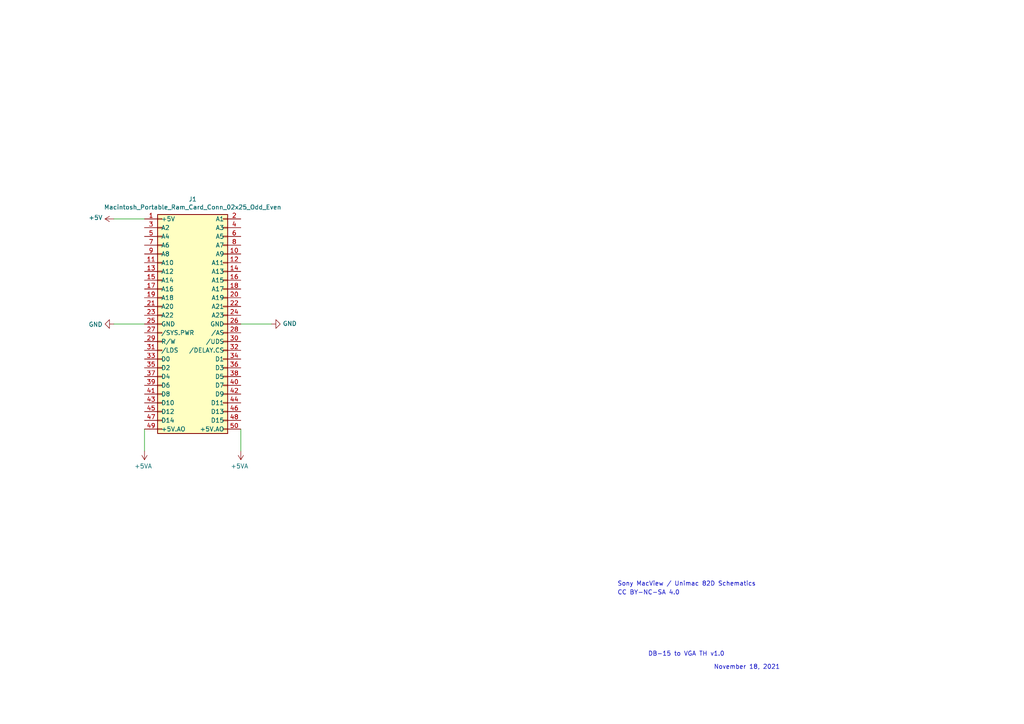
<source format=kicad_sch>
(kicad_sch (version 20211123) (generator eeschema)

  (uuid b687520e-18b0-411b-88b1-b185130844f0)

  (paper "A4")

  (lib_symbols
    (symbol "power:+5V" (power) (pin_names (offset 0)) (in_bom yes) (on_board yes)
      (property "Reference" "#PWR" (id 0) (at 0 -3.81 0)
        (effects (font (size 1.27 1.27)) hide)
      )
      (property "Value" "+5V" (id 1) (at 0 3.556 0)
        (effects (font (size 1.27 1.27)))
      )
      (property "Footprint" "" (id 2) (at 0 0 0)
        (effects (font (size 1.27 1.27)) hide)
      )
      (property "Datasheet" "" (id 3) (at 0 0 0)
        (effects (font (size 1.27 1.27)) hide)
      )
      (property "ki_keywords" "power-flag" (id 4) (at 0 0 0)
        (effects (font (size 1.27 1.27)) hide)
      )
      (property "ki_description" "Power symbol creates a global label with name \"+5V\"" (id 5) (at 0 0 0)
        (effects (font (size 1.27 1.27)) hide)
      )
      (symbol "+5V_0_1"
        (polyline
          (pts
            (xy -0.762 1.27)
            (xy 0 2.54)
          )
          (stroke (width 0) (type default) (color 0 0 0 0))
          (fill (type none))
        )
        (polyline
          (pts
            (xy 0 0)
            (xy 0 2.54)
          )
          (stroke (width 0) (type default) (color 0 0 0 0))
          (fill (type none))
        )
        (polyline
          (pts
            (xy 0 2.54)
            (xy 0.762 1.27)
          )
          (stroke (width 0) (type default) (color 0 0 0 0))
          (fill (type none))
        )
      )
      (symbol "+5V_1_1"
        (pin power_in line (at 0 0 90) (length 0) hide
          (name "+5V" (effects (font (size 1.27 1.27))))
          (number "1" (effects (font (size 1.27 1.27))))
        )
      )
    )
    (symbol "power:+5VA" (power) (pin_names (offset 0)) (in_bom yes) (on_board yes)
      (property "Reference" "#PWR" (id 0) (at 0 -3.81 0)
        (effects (font (size 1.27 1.27)) hide)
      )
      (property "Value" "+5VA" (id 1) (at 0 3.556 0)
        (effects (font (size 1.27 1.27)))
      )
      (property "Footprint" "" (id 2) (at 0 0 0)
        (effects (font (size 1.27 1.27)) hide)
      )
      (property "Datasheet" "" (id 3) (at 0 0 0)
        (effects (font (size 1.27 1.27)) hide)
      )
      (property "ki_keywords" "power-flag" (id 4) (at 0 0 0)
        (effects (font (size 1.27 1.27)) hide)
      )
      (property "ki_description" "Power symbol creates a global label with name \"+5VA\"" (id 5) (at 0 0 0)
        (effects (font (size 1.27 1.27)) hide)
      )
      (symbol "+5VA_0_1"
        (polyline
          (pts
            (xy -0.762 1.27)
            (xy 0 2.54)
          )
          (stroke (width 0) (type default) (color 0 0 0 0))
          (fill (type none))
        )
        (polyline
          (pts
            (xy 0 0)
            (xy 0 2.54)
          )
          (stroke (width 0) (type default) (color 0 0 0 0))
          (fill (type none))
        )
        (polyline
          (pts
            (xy 0 2.54)
            (xy 0.762 1.27)
          )
          (stroke (width 0) (type default) (color 0 0 0 0))
          (fill (type none))
        )
      )
      (symbol "+5VA_1_1"
        (pin power_in line (at 0 0 90) (length 0) hide
          (name "+5VA" (effects (font (size 1.27 1.27))))
          (number "1" (effects (font (size 1.27 1.27))))
        )
      )
    )
    (symbol "power:GND" (power) (pin_names (offset 0)) (in_bom yes) (on_board yes)
      (property "Reference" "#PWR" (id 0) (at 0 -6.35 0)
        (effects (font (size 1.27 1.27)) hide)
      )
      (property "Value" "GND" (id 1) (at 0 -3.81 0)
        (effects (font (size 1.27 1.27)))
      )
      (property "Footprint" "" (id 2) (at 0 0 0)
        (effects (font (size 1.27 1.27)) hide)
      )
      (property "Datasheet" "" (id 3) (at 0 0 0)
        (effects (font (size 1.27 1.27)) hide)
      )
      (property "ki_keywords" "power-flag" (id 4) (at 0 0 0)
        (effects (font (size 1.27 1.27)) hide)
      )
      (property "ki_description" "Power symbol creates a global label with name \"GND\" , ground" (id 5) (at 0 0 0)
        (effects (font (size 1.27 1.27)) hide)
      )
      (symbol "GND_0_1"
        (polyline
          (pts
            (xy 0 0)
            (xy 0 -1.27)
            (xy 1.27 -1.27)
            (xy 0 -2.54)
            (xy -1.27 -1.27)
            (xy 0 -1.27)
          )
          (stroke (width 0) (type default) (color 0 0 0 0))
          (fill (type none))
        )
      )
      (symbol "GND_1_1"
        (pin power_in line (at 0 0 270) (length 0) hide
          (name "GND" (effects (font (size 1.27 1.27))))
          (number "1" (effects (font (size 1.27 1.27))))
        )
      )
    )
    (symbol "project:Macintosh_Portable_Ram_Card_Conn_02x25_Odd_Even" (pin_names (offset 1.016)) (in_bom yes) (on_board yes)
      (property "Reference" "J?" (id 0) (at 0 36.195 0)
        (effects (font (size 1.27 1.27)))
      )
      (property "Value" "Macintosh_Portable_Ram_Card_Conn_02x25_Odd_Even" (id 1) (at 0 33.8836 0)
        (effects (font (size 1.27 1.27)))
      )
      (property "Footprint" "" (id 2) (at -8.89 0 0)
        (effects (font (size 1.27 1.27)) hide)
      )
      (property "Datasheet" "~" (id 3) (at -8.89 0 0)
        (effects (font (size 1.27 1.27)) hide)
      )
      (property "ki_fp_filters" "Connector*:*_2x??_*" (id 4) (at 0 0 0)
        (effects (font (size 1.27 1.27)) hide)
      )
      (symbol "Macintosh_Portable_Ram_Card_Conn_02x25_Odd_Even_1_1"
        (rectangle (start -10.16 -30.353) (end -8.89 -30.607)
          (stroke (width 0.1524) (type default) (color 0 0 0 0))
          (fill (type none))
        )
        (rectangle (start -10.16 -27.813) (end -8.89 -28.067)
          (stroke (width 0.1524) (type default) (color 0 0 0 0))
          (fill (type none))
        )
        (rectangle (start -10.16 -25.273) (end -8.89 -25.527)
          (stroke (width 0.1524) (type default) (color 0 0 0 0))
          (fill (type none))
        )
        (rectangle (start -10.16 -22.733) (end -8.89 -22.987)
          (stroke (width 0.1524) (type default) (color 0 0 0 0))
          (fill (type none))
        )
        (rectangle (start -10.16 -20.193) (end -8.89 -20.447)
          (stroke (width 0.1524) (type default) (color 0 0 0 0))
          (fill (type none))
        )
        (rectangle (start -10.16 -17.653) (end -8.89 -17.907)
          (stroke (width 0.1524) (type default) (color 0 0 0 0))
          (fill (type none))
        )
        (rectangle (start -10.16 -15.113) (end -8.89 -15.367)
          (stroke (width 0.1524) (type default) (color 0 0 0 0))
          (fill (type none))
        )
        (rectangle (start -10.16 -12.573) (end -8.89 -12.827)
          (stroke (width 0.1524) (type default) (color 0 0 0 0))
          (fill (type none))
        )
        (rectangle (start -10.16 -10.033) (end -8.89 -10.287)
          (stroke (width 0.1524) (type default) (color 0 0 0 0))
          (fill (type none))
        )
        (rectangle (start -10.16 -7.493) (end -8.89 -7.747)
          (stroke (width 0.1524) (type default) (color 0 0 0 0))
          (fill (type none))
        )
        (rectangle (start -10.16 -4.953) (end -8.89 -5.207)
          (stroke (width 0.1524) (type default) (color 0 0 0 0))
          (fill (type none))
        )
        (rectangle (start -10.16 -2.413) (end -8.89 -2.667)
          (stroke (width 0.1524) (type default) (color 0 0 0 0))
          (fill (type none))
        )
        (rectangle (start -10.16 0.127) (end -8.89 -0.127)
          (stroke (width 0.1524) (type default) (color 0 0 0 0))
          (fill (type none))
        )
        (rectangle (start -10.16 2.667) (end -8.89 2.413)
          (stroke (width 0.1524) (type default) (color 0 0 0 0))
          (fill (type none))
        )
        (rectangle (start -10.16 5.207) (end -8.89 4.953)
          (stroke (width 0.1524) (type default) (color 0 0 0 0))
          (fill (type none))
        )
        (rectangle (start -10.16 7.747) (end -8.89 7.493)
          (stroke (width 0.1524) (type default) (color 0 0 0 0))
          (fill (type none))
        )
        (rectangle (start -10.16 10.287) (end -8.89 10.033)
          (stroke (width 0.1524) (type default) (color 0 0 0 0))
          (fill (type none))
        )
        (rectangle (start -10.16 12.827) (end -8.89 12.573)
          (stroke (width 0.1524) (type default) (color 0 0 0 0))
          (fill (type none))
        )
        (rectangle (start -10.16 15.367) (end -8.89 15.113)
          (stroke (width 0.1524) (type default) (color 0 0 0 0))
          (fill (type none))
        )
        (rectangle (start -10.16 17.907) (end -8.89 17.653)
          (stroke (width 0.1524) (type default) (color 0 0 0 0))
          (fill (type none))
        )
        (rectangle (start -10.16 20.447) (end -8.89 20.193)
          (stroke (width 0.1524) (type default) (color 0 0 0 0))
          (fill (type none))
        )
        (rectangle (start -10.16 22.987) (end -8.89 22.733)
          (stroke (width 0.1524) (type default) (color 0 0 0 0))
          (fill (type none))
        )
        (rectangle (start -10.16 25.527) (end -8.89 25.273)
          (stroke (width 0.1524) (type default) (color 0 0 0 0))
          (fill (type none))
        )
        (rectangle (start -10.16 28.067) (end -8.89 27.813)
          (stroke (width 0.1524) (type default) (color 0 0 0 0))
          (fill (type none))
        )
        (rectangle (start -10.16 30.607) (end -8.89 30.353)
          (stroke (width 0.1524) (type default) (color 0 0 0 0))
          (fill (type none))
        )
        (rectangle (start -10.16 31.75) (end 10.16 -31.75)
          (stroke (width 0.254) (type default) (color 0 0 0 0))
          (fill (type background))
        )
        (rectangle (start 10.16 -30.353) (end 8.89 -30.607)
          (stroke (width 0.1524) (type default) (color 0 0 0 0))
          (fill (type none))
        )
        (rectangle (start 10.16 -27.813) (end 8.89 -28.067)
          (stroke (width 0.1524) (type default) (color 0 0 0 0))
          (fill (type none))
        )
        (rectangle (start 10.16 -25.273) (end 8.89 -25.527)
          (stroke (width 0.1524) (type default) (color 0 0 0 0))
          (fill (type none))
        )
        (rectangle (start 10.16 -22.733) (end 8.89 -22.987)
          (stroke (width 0.1524) (type default) (color 0 0 0 0))
          (fill (type none))
        )
        (rectangle (start 10.16 -20.193) (end 8.89 -20.447)
          (stroke (width 0.1524) (type default) (color 0 0 0 0))
          (fill (type none))
        )
        (rectangle (start 10.16 -17.653) (end 8.89 -17.907)
          (stroke (width 0.1524) (type default) (color 0 0 0 0))
          (fill (type none))
        )
        (rectangle (start 10.16 -15.113) (end 8.89 -15.367)
          (stroke (width 0.1524) (type default) (color 0 0 0 0))
          (fill (type none))
        )
        (rectangle (start 10.16 -12.573) (end 8.89 -12.827)
          (stroke (width 0.1524) (type default) (color 0 0 0 0))
          (fill (type none))
        )
        (rectangle (start 10.16 -10.033) (end 8.89 -10.287)
          (stroke (width 0.1524) (type default) (color 0 0 0 0))
          (fill (type none))
        )
        (rectangle (start 10.16 -7.493) (end 8.89 -7.747)
          (stroke (width 0.1524) (type default) (color 0 0 0 0))
          (fill (type none))
        )
        (rectangle (start 10.16 -4.953) (end 8.89 -5.207)
          (stroke (width 0.1524) (type default) (color 0 0 0 0))
          (fill (type none))
        )
        (rectangle (start 10.16 -2.413) (end 8.89 -2.667)
          (stroke (width 0.1524) (type default) (color 0 0 0 0))
          (fill (type none))
        )
        (rectangle (start 10.16 0.127) (end 8.89 -0.127)
          (stroke (width 0.1524) (type default) (color 0 0 0 0))
          (fill (type none))
        )
        (rectangle (start 10.16 2.667) (end 8.89 2.413)
          (stroke (width 0.1524) (type default) (color 0 0 0 0))
          (fill (type none))
        )
        (rectangle (start 10.16 5.207) (end 8.89 4.953)
          (stroke (width 0.1524) (type default) (color 0 0 0 0))
          (fill (type none))
        )
        (rectangle (start 10.16 7.747) (end 8.89 7.493)
          (stroke (width 0.1524) (type default) (color 0 0 0 0))
          (fill (type none))
        )
        (rectangle (start 10.16 10.287) (end 8.89 10.033)
          (stroke (width 0.1524) (type default) (color 0 0 0 0))
          (fill (type none))
        )
        (rectangle (start 10.16 12.827) (end 8.89 12.573)
          (stroke (width 0.1524) (type default) (color 0 0 0 0))
          (fill (type none))
        )
        (rectangle (start 10.16 15.367) (end 8.89 15.113)
          (stroke (width 0.1524) (type default) (color 0 0 0 0))
          (fill (type none))
        )
        (rectangle (start 10.16 17.907) (end 8.89 17.653)
          (stroke (width 0.1524) (type default) (color 0 0 0 0))
          (fill (type none))
        )
        (rectangle (start 10.16 20.447) (end 8.89 20.193)
          (stroke (width 0.1524) (type default) (color 0 0 0 0))
          (fill (type none))
        )
        (rectangle (start 10.16 22.987) (end 8.89 22.733)
          (stroke (width 0.1524) (type default) (color 0 0 0 0))
          (fill (type none))
        )
        (rectangle (start 10.16 25.527) (end 8.89 25.273)
          (stroke (width 0.1524) (type default) (color 0 0 0 0))
          (fill (type none))
        )
        (rectangle (start 10.16 28.067) (end 8.89 27.813)
          (stroke (width 0.1524) (type default) (color 0 0 0 0))
          (fill (type none))
        )
        (rectangle (start 10.16 30.607) (end 8.89 30.353)
          (stroke (width 0.1524) (type default) (color 0 0 0 0))
          (fill (type none))
        )
        (pin power_in line (at -13.97 30.48 0) (length 3.81)
          (name "+5V" (effects (font (size 1.27 1.27))))
          (number "1" (effects (font (size 1.27 1.27))))
        )
        (pin input line (at 13.97 20.32 180) (length 3.81)
          (name "A9" (effects (font (size 1.27 1.27))))
          (number "10" (effects (font (size 1.27 1.27))))
        )
        (pin input line (at -13.97 17.78 0) (length 3.81)
          (name "A10" (effects (font (size 1.27 1.27))))
          (number "11" (effects (font (size 1.27 1.27))))
        )
        (pin input line (at 13.97 17.78 180) (length 3.81)
          (name "A11" (effects (font (size 1.27 1.27))))
          (number "12" (effects (font (size 1.27 1.27))))
        )
        (pin input line (at -13.97 15.24 0) (length 3.81)
          (name "A12" (effects (font (size 1.27 1.27))))
          (number "13" (effects (font (size 1.27 1.27))))
        )
        (pin input line (at 13.97 15.24 180) (length 3.81)
          (name "A13" (effects (font (size 1.27 1.27))))
          (number "14" (effects (font (size 1.27 1.27))))
        )
        (pin input line (at -13.97 12.7 0) (length 3.81)
          (name "A14" (effects (font (size 1.27 1.27))))
          (number "15" (effects (font (size 1.27 1.27))))
        )
        (pin input line (at 13.97 12.7 180) (length 3.81)
          (name "A15" (effects (font (size 1.27 1.27))))
          (number "16" (effects (font (size 1.27 1.27))))
        )
        (pin input line (at -13.97 10.16 0) (length 3.81)
          (name "A16" (effects (font (size 1.27 1.27))))
          (number "17" (effects (font (size 1.27 1.27))))
        )
        (pin input line (at 13.97 10.16 180) (length 3.81)
          (name "A17" (effects (font (size 1.27 1.27))))
          (number "18" (effects (font (size 1.27 1.27))))
        )
        (pin input line (at -13.97 7.62 0) (length 3.81)
          (name "A18" (effects (font (size 1.27 1.27))))
          (number "19" (effects (font (size 1.27 1.27))))
        )
        (pin input line (at 13.97 30.48 180) (length 3.81)
          (name "A1" (effects (font (size 1.27 1.27))))
          (number "2" (effects (font (size 1.27 1.27))))
        )
        (pin input line (at 13.97 7.62 180) (length 3.81)
          (name "A19" (effects (font (size 1.27 1.27))))
          (number "20" (effects (font (size 1.27 1.27))))
        )
        (pin input line (at -13.97 5.08 0) (length 3.81)
          (name "A20" (effects (font (size 1.27 1.27))))
          (number "21" (effects (font (size 1.27 1.27))))
        )
        (pin input line (at 13.97 5.08 180) (length 3.81)
          (name "A21" (effects (font (size 1.27 1.27))))
          (number "22" (effects (font (size 1.27 1.27))))
        )
        (pin input line (at -13.97 2.54 0) (length 3.81)
          (name "A22" (effects (font (size 1.27 1.27))))
          (number "23" (effects (font (size 1.27 1.27))))
        )
        (pin input line (at 13.97 2.54 180) (length 3.81)
          (name "A23" (effects (font (size 1.27 1.27))))
          (number "24" (effects (font (size 1.27 1.27))))
        )
        (pin power_in line (at -13.97 0 0) (length 3.81)
          (name "GND" (effects (font (size 1.27 1.27))))
          (number "25" (effects (font (size 1.27 1.27))))
        )
        (pin power_in line (at 13.97 0 180) (length 3.81)
          (name "GND" (effects (font (size 1.27 1.27))))
          (number "26" (effects (font (size 1.27 1.27))))
        )
        (pin input line (at -13.97 -2.54 0) (length 3.81)
          (name "/SYS.PWR" (effects (font (size 1.27 1.27))))
          (number "27" (effects (font (size 1.27 1.27))))
        )
        (pin input line (at 13.97 -2.54 180) (length 3.81)
          (name "/AS" (effects (font (size 1.27 1.27))))
          (number "28" (effects (font (size 1.27 1.27))))
        )
        (pin input line (at -13.97 -5.08 0) (length 3.81)
          (name "R/W" (effects (font (size 1.27 1.27))))
          (number "29" (effects (font (size 1.27 1.27))))
        )
        (pin input line (at -13.97 27.94 0) (length 3.81)
          (name "A2" (effects (font (size 1.27 1.27))))
          (number "3" (effects (font (size 1.27 1.27))))
        )
        (pin input line (at 13.97 -5.08 180) (length 3.81)
          (name "/UDS" (effects (font (size 1.27 1.27))))
          (number "30" (effects (font (size 1.27 1.27))))
        )
        (pin input line (at -13.97 -7.62 0) (length 3.81)
          (name "/LDS" (effects (font (size 1.27 1.27))))
          (number "31" (effects (font (size 1.27 1.27))))
        )
        (pin input line (at 13.97 -7.62 180) (length 3.81)
          (name "/DELAY.CS" (effects (font (size 1.27 1.27))))
          (number "32" (effects (font (size 1.27 1.27))))
        )
        (pin bidirectional line (at -13.97 -10.16 0) (length 3.81)
          (name "D0" (effects (font (size 1.27 1.27))))
          (number "33" (effects (font (size 1.27 1.27))))
        )
        (pin bidirectional line (at 13.97 -10.16 180) (length 3.81)
          (name "D1" (effects (font (size 1.27 1.27))))
          (number "34" (effects (font (size 1.27 1.27))))
        )
        (pin bidirectional line (at -13.97 -12.7 0) (length 3.81)
          (name "D2" (effects (font (size 1.27 1.27))))
          (number "35" (effects (font (size 1.27 1.27))))
        )
        (pin bidirectional line (at 13.97 -12.7 180) (length 3.81)
          (name "D3" (effects (font (size 1.27 1.27))))
          (number "36" (effects (font (size 1.27 1.27))))
        )
        (pin bidirectional line (at -13.97 -15.24 0) (length 3.81)
          (name "D4" (effects (font (size 1.27 1.27))))
          (number "37" (effects (font (size 1.27 1.27))))
        )
        (pin bidirectional line (at 13.97 -15.24 180) (length 3.81)
          (name "D5" (effects (font (size 1.27 1.27))))
          (number "38" (effects (font (size 1.27 1.27))))
        )
        (pin bidirectional line (at -13.97 -17.78 0) (length 3.81)
          (name "D6" (effects (font (size 1.27 1.27))))
          (number "39" (effects (font (size 1.27 1.27))))
        )
        (pin input line (at 13.97 27.94 180) (length 3.81)
          (name "A3" (effects (font (size 1.27 1.27))))
          (number "4" (effects (font (size 1.27 1.27))))
        )
        (pin bidirectional line (at 13.97 -17.78 180) (length 3.81)
          (name "D7" (effects (font (size 1.27 1.27))))
          (number "40" (effects (font (size 1.27 1.27))))
        )
        (pin bidirectional line (at -13.97 -20.32 0) (length 3.81)
          (name "D8" (effects (font (size 1.27 1.27))))
          (number "41" (effects (font (size 1.27 1.27))))
        )
        (pin bidirectional line (at 13.97 -20.32 180) (length 3.81)
          (name "D9" (effects (font (size 1.27 1.27))))
          (number "42" (effects (font (size 1.27 1.27))))
        )
        (pin bidirectional line (at -13.97 -22.86 0) (length 3.81)
          (name "D10" (effects (font (size 1.27 1.27))))
          (number "43" (effects (font (size 1.27 1.27))))
        )
        (pin bidirectional line (at 13.97 -22.86 180) (length 3.81)
          (name "D11" (effects (font (size 1.27 1.27))))
          (number "44" (effects (font (size 1.27 1.27))))
        )
        (pin bidirectional line (at -13.97 -25.4 0) (length 3.81)
          (name "D12" (effects (font (size 1.27 1.27))))
          (number "45" (effects (font (size 1.27 1.27))))
        )
        (pin bidirectional line (at 13.97 -25.4 180) (length 3.81)
          (name "D13" (effects (font (size 1.27 1.27))))
          (number "46" (effects (font (size 1.27 1.27))))
        )
        (pin bidirectional line (at -13.97 -27.94 0) (length 3.81)
          (name "D14" (effects (font (size 1.27 1.27))))
          (number "47" (effects (font (size 1.27 1.27))))
        )
        (pin bidirectional line (at 13.97 -27.94 180) (length 3.81)
          (name "D15" (effects (font (size 1.27 1.27))))
          (number "48" (effects (font (size 1.27 1.27))))
        )
        (pin power_in line (at -13.97 -30.48 0) (length 3.81)
          (name "+5V.AO" (effects (font (size 1.27 1.27))))
          (number "49" (effects (font (size 1.27 1.27))))
        )
        (pin input line (at -13.97 25.4 0) (length 3.81)
          (name "A4" (effects (font (size 1.27 1.27))))
          (number "5" (effects (font (size 1.27 1.27))))
        )
        (pin power_in line (at 13.97 -30.48 180) (length 3.81)
          (name "+5V.AO" (effects (font (size 1.27 1.27))))
          (number "50" (effects (font (size 1.27 1.27))))
        )
        (pin input line (at 13.97 25.4 180) (length 3.81)
          (name "A5" (effects (font (size 1.27 1.27))))
          (number "6" (effects (font (size 1.27 1.27))))
        )
        (pin input line (at -13.97 22.86 0) (length 3.81)
          (name "A6" (effects (font (size 1.27 1.27))))
          (number "7" (effects (font (size 1.27 1.27))))
        )
        (pin input line (at 13.97 22.86 180) (length 3.81)
          (name "A7" (effects (font (size 1.27 1.27))))
          (number "8" (effects (font (size 1.27 1.27))))
        )
        (pin input line (at -13.97 20.32 0) (length 3.81)
          (name "A8" (effects (font (size 1.27 1.27))))
          (number "9" (effects (font (size 1.27 1.27))))
        )
      )
    )
  )


  (wire (pts (xy 41.91 124.46) (xy 41.91 130.81))
    (stroke (width 0) (type default) (color 0 0 0 0))
    (uuid 329542c0-f3d8-4574-b721-64fb33063946)
  )
  (wire (pts (xy 41.91 93.98) (xy 33.02 93.98))
    (stroke (width 0) (type default) (color 0 0 0 0))
    (uuid 56f684eb-4332-409a-a384-09fb3366d268)
  )
  (wire (pts (xy 69.85 93.98) (xy 78.74 93.98))
    (stroke (width 0) (type default) (color 0 0 0 0))
    (uuid 7fb026e6-1ea4-42ba-8fb6-9737734b753a)
  )
  (wire (pts (xy 41.91 63.5) (xy 33.02 63.5))
    (stroke (width 0) (type default) (color 0 0 0 0))
    (uuid ceb66549-addf-4921-8744-9f9a2f5eb053)
  )
  (wire (pts (xy 69.85 124.46) (xy 69.85 130.81))
    (stroke (width 0) (type default) (color 0 0 0 0))
    (uuid e8d5ce4e-24f5-412f-8d3c-77092d125f79)
  )

  (text "DB-15 to VGA TH v1.0" (at 187.96 190.5 0)
    (effects (font (size 1.27 1.27)) (justify left bottom))
    (uuid 25d7799b-6be5-4440-89b7-15b7e8b9ca54)
  )
  (text "CC BY-NC-SA 4.0" (at 179.07 172.72 0)
    (effects (font (size 1.27 1.27)) (justify left bottom))
    (uuid 3e896387-b8d8-4b0b-b7e4-b672fda68024)
  )
  (text "November 18, 2021" (at 207.01 194.31 0)
    (effects (font (size 1.27 1.27)) (justify left bottom))
    (uuid a8c45b8c-c248-4adc-a15b-cf02219a2b2c)
  )
  (text "Sony MacView / Unimac 82D Schematics" (at 179.07 170.18 0)
    (effects (font (size 1.27 1.27)) (justify left bottom))
    (uuid ff356c80-f196-4d06-a4ee-3f719af8ff0f)
  )

  (symbol (lib_id "project:Macintosh_Portable_Ram_Card_Conn_02x25_Odd_Even") (at 55.88 93.98 0) (unit 1)
    (in_bom yes) (on_board yes)
    (uuid 00000000-0000-0000-0000-00006202eaef)
    (property "Reference" "J1" (id 0) (at 55.88 57.785 0))
    (property "Value" "Macintosh_Portable_Ram_Card_Conn_02x25_Odd_Even" (id 1) (at 55.88 60.0964 0))
    (property "Footprint" "project:TE_AMPMODU_Mod_II_534204-1_2x25_2.54mm_Horizontal" (id 2) (at 46.99 93.98 0)
      (effects (font (size 1.27 1.27)) hide)
    )
    (property "Datasheet" "~" (id 3) (at 46.99 93.98 0)
      (effects (font (size 1.27 1.27)) hide)
    )
    (pin "1" (uuid 1a0dac40-0b25-4bca-8fab-950c04e306b6))
    (pin "10" (uuid ab135807-a66b-4239-b390-32ebb08dcb21))
    (pin "11" (uuid 12cae57b-878b-4d95-a4ba-e503aacaafb5))
    (pin "12" (uuid bbb86608-6da7-47a6-b766-1eb12e0ee074))
    (pin "13" (uuid 38146ba7-5cda-43ce-8339-64035be3bd85))
    (pin "14" (uuid 8ed26dac-5dad-4b64-9484-75ef9216ed4a))
    (pin "15" (uuid 62d2a43a-3f72-4df1-88b3-df766b6eb079))
    (pin "16" (uuid f82e3c5e-0ec5-44b3-a3b7-ec6c4625a8e9))
    (pin "17" (uuid 65242e90-2fa2-4bd7-bc7e-5fbedb7f6a6a))
    (pin "18" (uuid 168829e5-a073-46e2-ad5d-995edf4f0f46))
    (pin "19" (uuid 0395742e-6429-4960-a4f6-3d3c98917207))
    (pin "2" (uuid ce716752-65ad-46ad-9e8b-f5956606780c))
    (pin "20" (uuid 09976755-27eb-4f8f-97cf-c0fa7b125890))
    (pin "21" (uuid 473fdc29-be5d-4cb9-ad59-1acf36676679))
    (pin "22" (uuid 7a79e811-aef5-4e64-bdea-8d2f97644f02))
    (pin "23" (uuid 95893c8f-72f4-4d79-a0ca-9623cd741e74))
    (pin "24" (uuid 6109bcc5-0fed-455a-ad70-3de29f933ebc))
    (pin "25" (uuid 9dbd0e01-4650-4cf8-82d3-a69ef2ebdc12))
    (pin "26" (uuid d6bc787b-bb4b-4ec2-8eba-0e605ce1bcd4))
    (pin "27" (uuid 09b7fda4-1fa3-4eba-863a-d83190660463))
    (pin "28" (uuid a7e0c35f-658d-4dc1-bdf9-3fec3985f51c))
    (pin "29" (uuid 4c66abaf-9021-4cff-a468-cfcb0d9eccd6))
    (pin "3" (uuid 56a6892a-1869-4fc7-ab1d-543e6422f644))
    (pin "30" (uuid 2a093623-0f73-434f-95f8-132938abe354))
    (pin "31" (uuid a3faeaab-dfba-412a-b5b0-6789e86f587b))
    (pin "32" (uuid 1f82e629-66b5-4e06-a890-a5dce866bae6))
    (pin "33" (uuid 53b3d959-d928-4eda-bf10-8a73cf398b06))
    (pin "34" (uuid 0c287c3d-7586-47d6-bc94-5c5e0eb6a470))
    (pin "35" (uuid 05d2b1ea-635e-4db9-bd3a-adf300589f9b))
    (pin "36" (uuid 66e6c744-b8b4-45a4-a3cc-59a8b83b0a84))
    (pin "37" (uuid 315dad9d-159e-4a18-be08-65f5efd4cb61))
    (pin "38" (uuid 6d322a8b-85f8-46f6-b2c7-42fdedf5084f))
    (pin "39" (uuid 73656f44-d8bf-4a8b-b0ab-7bb3092493b4))
    (pin "4" (uuid 3cc8ab04-7dbb-4029-846e-8a32b724364f))
    (pin "40" (uuid d16089ba-ad6a-4ef4-9379-842c6ba083f2))
    (pin "41" (uuid ae57dd2c-930c-4919-9c11-a36f3fade2b5))
    (pin "42" (uuid e43084c0-fcb2-412b-8673-84e018370f45))
    (pin "43" (uuid d5b647dd-9f8d-489f-857e-34ca4c32e067))
    (pin "44" (uuid d8d461d2-920f-491b-9983-b01f4c250836))
    (pin "45" (uuid f1a5f33f-8183-4a62-9fd5-674cc554bed6))
    (pin "46" (uuid da9b9589-b4a4-4f51-8855-347c8deb536b))
    (pin "47" (uuid 1819b2ab-5c9a-4f94-a25d-58c6d51f3fea))
    (pin "48" (uuid 955a4a28-01dd-4f0a-abf0-ba968ed4edcf))
    (pin "49" (uuid 92a05e85-1e79-4b60-98e7-f5dffc35c7d3))
    (pin "5" (uuid 4f87e3b6-6ec9-423e-ab39-40a728bc4ff2))
    (pin "50" (uuid b528ca05-3ba3-47a2-9778-7e04205cfbcb))
    (pin "6" (uuid 6f0546c5-f680-451c-9050-1fa19c905e4d))
    (pin "7" (uuid ffc19d56-e863-4a0e-a5a5-2c17faba9921))
    (pin "8" (uuid 4b595fdd-ba90-44cc-a4fb-368c0afbe38c))
    (pin "9" (uuid bf3fea78-642c-4c91-8620-6d0b1794a56b))
  )

  (symbol (lib_id "power:+5VA") (at 69.85 130.81 180) (unit 1)
    (in_bom yes) (on_board yes)
    (uuid 00000000-0000-0000-0000-00006203195a)
    (property "Reference" "#PWR0101" (id 0) (at 69.85 127 0)
      (effects (font (size 1.27 1.27)) hide)
    )
    (property "Value" "+5VA" (id 1) (at 69.469 135.2042 0))
    (property "Footprint" "" (id 2) (at 69.85 130.81 0)
      (effects (font (size 1.27 1.27)) hide)
    )
    (property "Datasheet" "" (id 3) (at 69.85 130.81 0)
      (effects (font (size 1.27 1.27)) hide)
    )
    (pin "1" (uuid a776493e-04a3-4b7b-b68f-cc7f22b16482))
  )

  (symbol (lib_id "power:+5VA") (at 41.91 130.81 180) (unit 1)
    (in_bom yes) (on_board yes)
    (uuid 00000000-0000-0000-0000-000062032513)
    (property "Reference" "#PWR0102" (id 0) (at 41.91 127 0)
      (effects (font (size 1.27 1.27)) hide)
    )
    (property "Value" "+5VA" (id 1) (at 41.529 135.2042 0))
    (property "Footprint" "" (id 2) (at 41.91 130.81 0)
      (effects (font (size 1.27 1.27)) hide)
    )
    (property "Datasheet" "" (id 3) (at 41.91 130.81 0)
      (effects (font (size 1.27 1.27)) hide)
    )
    (pin "1" (uuid e6d3b4c3-e56a-4e46-b8d8-b011ea42387f))
  )

  (symbol (lib_id "power:+5V") (at 33.02 63.5 90) (unit 1)
    (in_bom yes) (on_board yes)
    (uuid 00000000-0000-0000-0000-000062033db8)
    (property "Reference" "#PWR0104" (id 0) (at 36.83 63.5 0)
      (effects (font (size 1.27 1.27)) hide)
    )
    (property "Value" "+5V" (id 1) (at 29.7688 63.119 90)
      (effects (font (size 1.27 1.27)) (justify left))
    )
    (property "Footprint" "" (id 2) (at 33.02 63.5 0)
      (effects (font (size 1.27 1.27)) hide)
    )
    (property "Datasheet" "" (id 3) (at 33.02 63.5 0)
      (effects (font (size 1.27 1.27)) hide)
    )
    (pin "1" (uuid 30c7b828-5a91-4e13-bffc-cb3305998685))
  )

  (symbol (lib_id "power:GND") (at 78.74 93.98 90) (unit 1)
    (in_bom yes) (on_board yes)
    (uuid 00000000-0000-0000-0000-000062038b3d)
    (property "Reference" "#PWR0105" (id 0) (at 85.09 93.98 0)
      (effects (font (size 1.27 1.27)) hide)
    )
    (property "Value" "GND" (id 1) (at 81.9912 93.853 90)
      (effects (font (size 1.27 1.27)) (justify right))
    )
    (property "Footprint" "" (id 2) (at 78.74 93.98 0)
      (effects (font (size 1.27 1.27)) hide)
    )
    (property "Datasheet" "" (id 3) (at 78.74 93.98 0)
      (effects (font (size 1.27 1.27)) hide)
    )
    (pin "1" (uuid 3adbc5f6-f5b1-4548-9557-146ff36d8f99))
  )

  (symbol (lib_id "power:GND") (at 33.02 93.98 270) (unit 1)
    (in_bom yes) (on_board yes)
    (uuid 00000000-0000-0000-0000-000062038f11)
    (property "Reference" "#PWR0103" (id 0) (at 26.67 93.98 0)
      (effects (font (size 1.27 1.27)) hide)
    )
    (property "Value" "GND" (id 1) (at 29.7688 94.107 90)
      (effects (font (size 1.27 1.27)) (justify right))
    )
    (property "Footprint" "" (id 2) (at 33.02 93.98 0)
      (effects (font (size 1.27 1.27)) hide)
    )
    (property "Datasheet" "" (id 3) (at 33.02 93.98 0)
      (effects (font (size 1.27 1.27)) hide)
    )
    (pin "1" (uuid bba7fa42-6f9c-4a37-8c7d-8925fcc2c2ce))
  )

  (sheet_instances
    (path "/" (page "1"))
  )

  (symbol_instances
    (path "/00000000-0000-0000-0000-00006203195a"
      (reference "#PWR0101") (unit 1) (value "+5VA") (footprint "")
    )
    (path "/00000000-0000-0000-0000-000062032513"
      (reference "#PWR0102") (unit 1) (value "+5VA") (footprint "")
    )
    (path "/00000000-0000-0000-0000-000062038f11"
      (reference "#PWR0103") (unit 1) (value "GND") (footprint "")
    )
    (path "/00000000-0000-0000-0000-000062033db8"
      (reference "#PWR0104") (unit 1) (value "+5V") (footprint "")
    )
    (path "/00000000-0000-0000-0000-000062038b3d"
      (reference "#PWR0105") (unit 1) (value "GND") (footprint "")
    )
    (path "/00000000-0000-0000-0000-00006202eaef"
      (reference "J1") (unit 1) (value "Macintosh_Portable_Ram_Card_Conn_02x25_Odd_Even") (footprint "project:TE_AMPMODU_Mod_II_534204-1_2x25_2.54mm_Horizontal")
    )
  )
)

</source>
